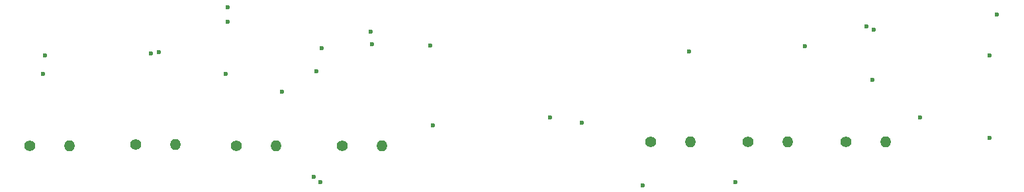
<source format=gbr>
%TF.GenerationSoftware,KiCad,Pcbnew,8.0.8*%
%TF.CreationDate,2025-05-04T21:01:19-05:00*%
%TF.ProjectId,Obstacle_detector,4f627374-6163-46c6-955f-646574656374,rev?*%
%TF.SameCoordinates,Original*%
%TF.FileFunction,Copper,L2,Inr*%
%TF.FilePolarity,Positive*%
%FSLAX46Y46*%
G04 Gerber Fmt 4.6, Leading zero omitted, Abs format (unit mm)*
G04 Created by KiCad (PCBNEW 8.0.8) date 2025-05-04 21:01:19*
%MOMM*%
%LPD*%
G01*
G04 APERTURE LIST*
%TA.AperFunction,ComponentPad*%
%ADD10C,1.400000*%
%TD*%
%TA.AperFunction,ComponentPad*%
%ADD11O,1.400000X1.400000*%
%TD*%
%TA.AperFunction,ViaPad*%
%ADD12C,0.600000*%
%TD*%
G04 APERTURE END LIST*
D10*
%TO.N,Net-(U3-SC1)*%
%TO.C,R3*%
X109920000Y-30500000D03*
D11*
%TO.N,Net-(U2-SCL{slash}MCLK)*%
X115000000Y-30500000D03*
%TD*%
D10*
%TO.N,Net-(U3-SC0)*%
%TO.C,R1*%
X18044400Y-31000000D03*
D11*
%TO.N,Net-(U4-SCL{slash}MCLK)*%
X23124400Y-31000000D03*
%TD*%
D10*
%TO.N,Net-(U1-PA9_A5_D5_SCL)*%
%TO.C,R7*%
X122460000Y-30500000D03*
D11*
%TO.N,+3.3V*%
X127540000Y-30500000D03*
%TD*%
D10*
%TO.N,+3.3V*%
%TO.C,R5*%
X44460000Y-31000000D03*
D11*
%TO.N,Net-(U1-PB09_A7_D7_RX)*%
X49540000Y-31000000D03*
%TD*%
D10*
%TO.N,Net-(U3-SD0)*%
%TO.C,R2*%
X31584400Y-30814100D03*
D11*
%TO.N,Net-(U4-SDA{slash}MOSI)*%
X36664400Y-30814100D03*
%TD*%
D10*
%TO.N,Net-(U3-SD1)*%
%TO.C,R4*%
X97460000Y-30500000D03*
D11*
%TO.N,Net-(U2-SDA{slash}MOSI)*%
X102540000Y-30500000D03*
%TD*%
D10*
%TO.N,Net-(U1-PA8_A4_D4_SDA)*%
%TO.C,R6*%
X57960000Y-31000000D03*
D11*
%TO.N,+3.3V*%
X63040000Y-31000000D03*
%TD*%
D12*
%TO.N,Net-(U3-SC0)*%
X19721600Y-21753400D03*
%TO.N,Net-(U4-SCL{slash}MCLK)*%
X20007500Y-19343700D03*
%TO.N,Net-(U4-SDA{slash}MOSI)*%
X33490600Y-19077400D03*
%TO.N,Net-(U3-SD0)*%
X34525000Y-18901600D03*
%TO.N,Net-(U2-SCL{slash}MCLK)*%
X117165000Y-18190400D03*
%TO.N,Net-(U3-SC1)*%
X50333800Y-23995700D03*
X54353400Y-34949600D03*
X108275000Y-35645000D03*
%TO.N,Net-(U3-SD1)*%
X55175000Y-35645000D03*
X96475000Y-36006200D03*
X54699800Y-21402100D03*
%TO.N,Net-(U2-SDA{slash}MOSI)*%
X102375000Y-18900000D03*
%TO.N,+3.3V*%
X43352400Y-15041200D03*
X61676800Y-16360100D03*
X125786000Y-22489500D03*
X125088000Y-15625000D03*
%TO.N,Net-(U1-PB09_A7_D7_RX)*%
X55406400Y-18474900D03*
%TO.N,Net-(U1-PA8_A4_D4_SDA)*%
X61789100Y-17937500D03*
%TO.N,GND*%
X141767000Y-14133700D03*
X140794000Y-19354100D03*
X140794000Y-29950000D03*
%TO.N,Net-(U1-PA9_A5_D5_SCL)*%
X84542400Y-27300000D03*
X69234900Y-18106200D03*
X69608600Y-28357200D03*
X88686100Y-28014200D03*
%TO.N,Net-(U2-INT)*%
X43375000Y-13163200D03*
X43130000Y-21725000D03*
%TO.N,+1V8*%
X131875000Y-27300000D03*
X125975000Y-16101600D03*
%TD*%
M02*

</source>
